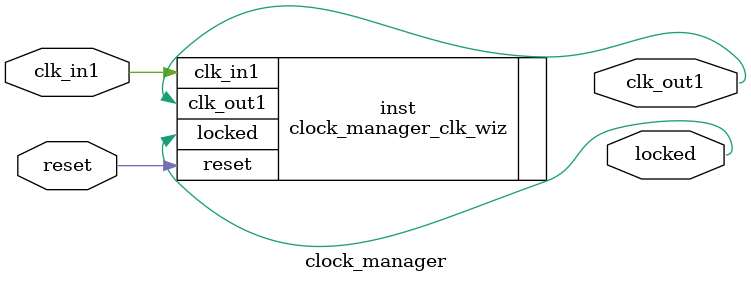
<source format=v>


`timescale 1ps/1ps

(* CORE_GENERATION_INFO = "clock_manager,clk_wiz_v6_0_6_0_0,{component_name=clock_manager,use_phase_alignment=true,use_min_o_jitter=false,use_max_i_jitter=false,use_dyn_phase_shift=false,use_inclk_switchover=false,use_dyn_reconfig=false,enable_axi=0,feedback_source=FDBK_AUTO,PRIMITIVE=MMCM,num_out_clk=1,clkin1_period=10.000,clkin2_period=10.000,use_power_down=false,use_reset=true,use_locked=true,use_inclk_stopped=false,feedback_type=SINGLE,CLOCK_MGR_TYPE=NA,manual_override=false}" *)

module clock_manager 
 (
  // Clock out ports
  output        clk_out1,
  // Status and control signals
  input         reset,
  output        locked,
 // Clock in ports
  input         clk_in1
 );

  clock_manager_clk_wiz inst
  (
  // Clock out ports  
  .clk_out1(clk_out1),
  // Status and control signals               
  .reset(reset), 
  .locked(locked),
 // Clock in ports
  .clk_in1(clk_in1)
  );

endmodule

</source>
